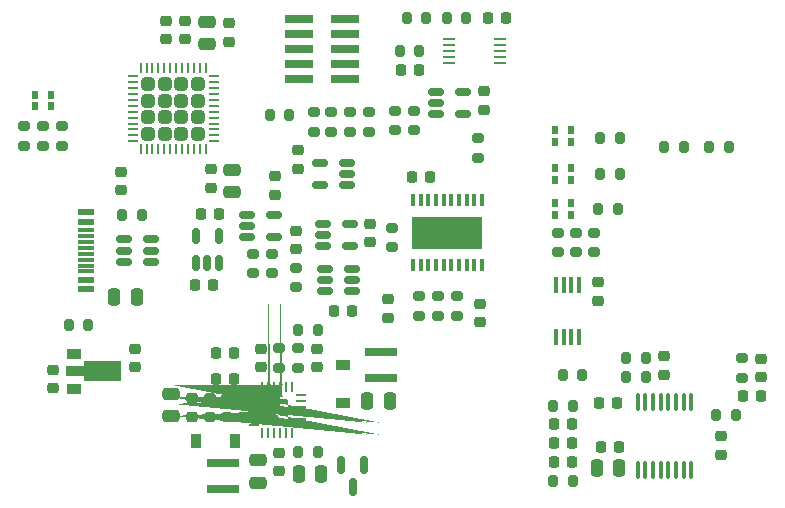
<source format=gbr>
%TF.GenerationSoftware,KiCad,Pcbnew,(6.0.0)*%
%TF.CreationDate,2022-03-21T15:30:00+00:00*%
%TF.ProjectId,uSMU_v10,75534d55-5f76-4313-902e-6b696361645f,rev?*%
%TF.SameCoordinates,Original*%
%TF.FileFunction,Paste,Top*%
%TF.FilePolarity,Positive*%
%FSLAX46Y46*%
G04 Gerber Fmt 4.6, Leading zero omitted, Abs format (unit mm)*
G04 Created by KiCad (PCBNEW (6.0.0)) date 2022-03-21 15:30:00*
%MOMM*%
%LPD*%
G01*
G04 APERTURE LIST*
G04 Aperture macros list*
%AMRoundRect*
0 Rectangle with rounded corners*
0 $1 Rounding radius*
0 $2 $3 $4 $5 $6 $7 $8 $9 X,Y pos of 4 corners*
0 Add a 4 corners polygon primitive as box body*
4,1,4,$2,$3,$4,$5,$6,$7,$8,$9,$2,$3,0*
0 Add four circle primitives for the rounded corners*
1,1,$1+$1,$2,$3*
1,1,$1+$1,$4,$5*
1,1,$1+$1,$6,$7*
1,1,$1+$1,$8,$9*
0 Add four rect primitives between the rounded corners*
20,1,$1+$1,$2,$3,$4,$5,0*
20,1,$1+$1,$4,$5,$6,$7,0*
20,1,$1+$1,$6,$7,$8,$9,0*
20,1,$1+$1,$8,$9,$2,$3,0*%
%AMFreePoly0*
4,1,57,0.194009,0.449029,0.214144,0.449029,0.231583,0.438961,0.251037,0.433748,0.265277,0.419508,0.282717,0.409439,0.409439,0.282717,0.419508,0.265277,0.433748,0.251037,0.438960,0.231585,0.449030,0.214144,0.449030,0.194005,0.454242,0.174554,0.454242,-0.174554,0.449030,-0.194005,0.449030,-0.214144,0.438960,-0.231585,0.433748,-0.251037,0.419508,-0.265277,0.409439,-0.282717,
0.282717,-0.409439,0.265277,-0.419508,0.251037,-0.433748,0.231583,-0.438961,0.214144,-0.449029,0.194009,-0.449029,0.174554,-0.454242,-0.174554,-0.454242,-0.194005,-0.449030,-0.214144,-0.449030,-0.231585,-0.438960,-0.251037,-0.433748,-0.265277,-0.419508,-0.282717,-0.409439,-0.409439,-0.282717,-0.419508,-0.265277,-0.433748,-0.251037,-0.438961,-0.231583,-0.449029,-0.214144,-0.449029,-0.194009,
-0.454242,-0.174554,-0.454242,0.174554,-0.449029,0.194009,-0.449029,0.214144,-0.438961,0.231583,-0.433748,0.251037,-0.419508,0.265277,-0.409439,0.282717,-0.282717,0.409439,-0.265277,0.419508,-0.251037,0.433748,-0.231585,0.438960,-0.214144,0.449030,-0.194005,0.449030,-0.174554,0.454242,0.174554,0.454242,0.194009,0.449029,0.194009,0.449029,$1*%
%AMFreePoly1*
4,1,9,3.862500,-0.866500,0.737500,-0.866500,0.737500,-0.450000,-0.737500,-0.450000,-0.737500,0.450000,0.737500,0.450000,0.737500,0.866500,3.862500,0.866500,3.862500,-0.866500,3.862500,-0.866500,$1*%
G04 Aperture macros list end*
%ADD10RoundRect,0.225000X0.225000X0.250000X-0.225000X0.250000X-0.225000X-0.250000X0.225000X-0.250000X0*%
%ADD11RoundRect,0.200000X-0.200000X-0.275000X0.200000X-0.275000X0.200000X0.275000X-0.200000X0.275000X0*%
%ADD12RoundRect,0.225000X-0.225000X-0.250000X0.225000X-0.250000X0.225000X0.250000X-0.225000X0.250000X0*%
%ADD13RoundRect,0.200000X-0.275000X0.200000X-0.275000X-0.200000X0.275000X-0.200000X0.275000X0.200000X0*%
%ADD14RoundRect,0.250000X-0.475000X0.250000X-0.475000X-0.250000X0.475000X-0.250000X0.475000X0.250000X0*%
%ADD15RoundRect,0.150000X0.512500X0.150000X-0.512500X0.150000X-0.512500X-0.150000X0.512500X-0.150000X0*%
%ADD16RoundRect,0.150000X-0.512500X-0.150000X0.512500X-0.150000X0.512500X0.150000X-0.512500X0.150000X0*%
%ADD17RoundRect,0.225000X0.250000X-0.225000X0.250000X0.225000X-0.250000X0.225000X-0.250000X-0.225000X0*%
%ADD18RoundRect,0.250000X0.475000X-0.250000X0.475000X0.250000X-0.475000X0.250000X-0.475000X-0.250000X0*%
%ADD19RoundRect,0.250000X-0.315000X0.315000X-0.315000X-0.315000X0.315000X-0.315000X0.315000X0.315000X0*%
%ADD20RoundRect,0.062500X-0.062500X0.375000X-0.062500X-0.375000X0.062500X-0.375000X0.062500X0.375000X0*%
%ADD21RoundRect,0.062500X-0.375000X0.062500X-0.375000X-0.062500X0.375000X-0.062500X0.375000X0.062500X0*%
%ADD22RoundRect,0.200000X0.200000X0.275000X-0.200000X0.275000X-0.200000X-0.275000X0.200000X-0.275000X0*%
%ADD23RoundRect,0.200000X0.275000X-0.200000X0.275000X0.200000X-0.275000X0.200000X-0.275000X-0.200000X0*%
%ADD24RoundRect,0.225000X-0.250000X0.225000X-0.250000X-0.225000X0.250000X-0.225000X0.250000X0.225000X0*%
%ADD25R,0.450000X1.050000*%
%ADD26R,6.000000X2.700000*%
%ADD27RoundRect,0.250000X-0.250000X-0.475000X0.250000X-0.475000X0.250000X0.475000X-0.250000X0.475000X0*%
%ADD28RoundRect,0.150000X-0.150000X0.587500X-0.150000X-0.587500X0.150000X-0.587500X0.150000X0.587500X0*%
%ADD29R,2.700000X0.800000*%
%ADD30R,1.100000X0.250000*%
%ADD31R,0.600000X0.700000*%
%ADD32R,0.900000X1.200000*%
%ADD33RoundRect,0.150000X0.150000X-0.512500X0.150000X0.512500X-0.150000X0.512500X-0.150000X-0.512500X0*%
%ADD34FreePoly0,90.000000*%
%ADD35RoundRect,0.062500X0.062500X-0.325000X0.062500X0.325000X-0.062500X0.325000X-0.062500X-0.325000X0*%
%ADD36RoundRect,0.062500X0.325000X-0.062500X0.325000X0.062500X-0.325000X0.062500X-0.325000X-0.062500X0*%
%ADD37R,2.400000X0.740000*%
%ADD38RoundRect,0.250000X0.250000X0.475000X-0.250000X0.475000X-0.250000X-0.475000X0.250000X-0.475000X0*%
%ADD39R,0.450000X1.450000*%
%ADD40RoundRect,0.100000X0.100000X-0.637500X0.100000X0.637500X-0.100000X0.637500X-0.100000X-0.637500X0*%
%ADD41R,1.450000X0.600000*%
%ADD42R,1.450000X0.300000*%
%ADD43R,1.200000X0.900000*%
%ADD44R,1.300000X0.900000*%
%ADD45FreePoly1,0.000000*%
G04 APERTURE END LIST*
D10*
%TO.C,C14*%
X127175000Y-114200000D03*
X125625000Y-114200000D03*
%TD*%
D11*
%TO.C,R2*%
X145175000Y-85800000D03*
X146825000Y-85800000D03*
%TD*%
D12*
%TO.C,C18*%
X142225000Y-99250000D03*
X143775000Y-99250000D03*
%TD*%
D13*
%TO.C,R8*%
X135400000Y-93775000D03*
X135400000Y-95425000D03*
%TD*%
D14*
%TO.C,C6*%
X127000000Y-98650000D03*
X127000000Y-100550000D03*
%TD*%
D15*
%TO.C,U2*%
X136737500Y-99950000D03*
X136737500Y-99000000D03*
X136737500Y-98050000D03*
X134462500Y-98050000D03*
X134462500Y-99950000D03*
%TD*%
D16*
%TO.C,U9*%
X144262500Y-92050000D03*
X144262500Y-93000000D03*
X144262500Y-93950000D03*
X146537500Y-93950000D03*
X146537500Y-92050000D03*
%TD*%
D17*
%TO.C,C33*%
X118800000Y-115400000D03*
X118800000Y-113850000D03*
%TD*%
D11*
%TO.C,R42*%
X154175000Y-118625000D03*
X155825000Y-118625000D03*
%TD*%
D18*
%TO.C,C32*%
X121800000Y-119550000D03*
X121800000Y-117650000D03*
%TD*%
D19*
%TO.C,U3*%
X121300000Y-91400000D03*
X124100000Y-94200000D03*
X124100000Y-95600000D03*
X121300000Y-92800000D03*
X119900000Y-91400000D03*
X121300000Y-95600000D03*
X122700000Y-91400000D03*
X124100000Y-92800000D03*
X122700000Y-95600000D03*
X119900000Y-92800000D03*
X121300000Y-94200000D03*
X119900000Y-94200000D03*
X124100000Y-91400000D03*
X119900000Y-95600000D03*
X122700000Y-94200000D03*
X122700000Y-92800000D03*
D20*
X124750000Y-90062500D03*
X124250000Y-90062500D03*
X123750000Y-90062500D03*
X123250000Y-90062500D03*
X122750000Y-90062500D03*
X122250000Y-90062500D03*
X121750000Y-90062500D03*
X121250000Y-90062500D03*
X120750000Y-90062500D03*
X120250000Y-90062500D03*
X119750000Y-90062500D03*
X119250000Y-90062500D03*
D21*
X118562500Y-90750000D03*
X118562500Y-91250000D03*
X118562500Y-91750000D03*
X118562500Y-92250000D03*
X118562500Y-92750000D03*
X118562500Y-93250000D03*
X118562500Y-93750000D03*
X118562500Y-94250000D03*
X118562500Y-94750000D03*
X118562500Y-95250000D03*
X118562500Y-95750000D03*
X118562500Y-96250000D03*
D20*
X119250000Y-96937500D03*
X119750000Y-96937500D03*
X120250000Y-96937500D03*
X120750000Y-96937500D03*
X121250000Y-96937500D03*
X121750000Y-96937500D03*
X122250000Y-96937500D03*
X122750000Y-96937500D03*
X123250000Y-96937500D03*
X123750000Y-96937500D03*
X124250000Y-96937500D03*
X124750000Y-96937500D03*
D21*
X125437500Y-96250000D03*
X125437500Y-95750000D03*
X125437500Y-95250000D03*
X125437500Y-94750000D03*
X125437500Y-94250000D03*
X125437500Y-93750000D03*
X125437500Y-93250000D03*
X125437500Y-92750000D03*
X125437500Y-92250000D03*
X125437500Y-91750000D03*
X125437500Y-91250000D03*
X125437500Y-90750000D03*
%TD*%
D22*
%TO.C,R37*%
X134225000Y-122600000D03*
X132575000Y-122600000D03*
%TD*%
D23*
%TO.C,R18*%
X154600000Y-105625000D03*
X154600000Y-103975000D03*
%TD*%
D22*
%TO.C,R40*%
X162025000Y-114600000D03*
X160375000Y-114600000D03*
%TD*%
D24*
%TO.C,C19*%
X158000000Y-108200000D03*
X158000000Y-109750000D03*
%TD*%
D13*
%TO.C,R19*%
X144400000Y-109375000D03*
X144400000Y-111025000D03*
%TD*%
D23*
%TO.C,R5*%
X111000000Y-96625000D03*
X111000000Y-94975000D03*
%TD*%
%TO.C,R7*%
X112600000Y-96625000D03*
X112600000Y-94975000D03*
%TD*%
D16*
%TO.C,U8*%
X134862500Y-107050000D03*
X134862500Y-108000000D03*
X134862500Y-108950000D03*
X137137500Y-108950000D03*
X137137500Y-108000000D03*
X137137500Y-107050000D03*
%TD*%
%TO.C,U7*%
X134662500Y-103250000D03*
X134662500Y-104200000D03*
X134662500Y-105150000D03*
X136937500Y-105150000D03*
X136937500Y-103250000D03*
%TD*%
D13*
%TO.C,R20*%
X157600000Y-103975000D03*
X157600000Y-105625000D03*
%TD*%
D16*
%TO.C,U5*%
X117862500Y-104550000D03*
X117862500Y-105500000D03*
X117862500Y-106450000D03*
X120137500Y-106450000D03*
X120137500Y-105500000D03*
X120137500Y-104550000D03*
%TD*%
D25*
%TO.C,U10*%
X142300000Y-106750000D03*
X142950000Y-106750000D03*
X143600000Y-106750000D03*
X144250000Y-106750000D03*
X144900000Y-106750000D03*
X145550000Y-106750000D03*
X146200000Y-106750000D03*
X146850000Y-106750000D03*
X147500000Y-106750000D03*
X148150000Y-106750000D03*
X148150000Y-101250000D03*
X147500000Y-101250000D03*
X146850000Y-101250000D03*
X146200000Y-101250000D03*
X145550000Y-101250000D03*
X144900000Y-101250000D03*
X144250000Y-101250000D03*
X143600000Y-101250000D03*
X142950000Y-101250000D03*
X142300000Y-101250000D03*
D26*
X145225000Y-104000000D03*
%TD*%
D17*
%TO.C,C9*%
X132400000Y-105375000D03*
X132400000Y-103825000D03*
%TD*%
D12*
%TO.C,C11*%
X135625000Y-110600000D03*
X137175000Y-110600000D03*
%TD*%
D10*
%TO.C,C38*%
X159775000Y-122100000D03*
X158225000Y-122100000D03*
%TD*%
D24*
%TO.C,C42*%
X171800000Y-114675000D03*
X171800000Y-116225000D03*
%TD*%
%TO.C,C44*%
X168400000Y-121225000D03*
X168400000Y-122775000D03*
%TD*%
D13*
%TO.C,R21*%
X142400000Y-93675000D03*
X142400000Y-95325000D03*
%TD*%
D23*
%TO.C,R4*%
X109400000Y-96625000D03*
X109400000Y-94975000D03*
%TD*%
D18*
%TO.C,C27*%
X129200000Y-125150000D03*
X129200000Y-123250000D03*
%TD*%
D10*
%TO.C,C35*%
X159575000Y-118400000D03*
X158025000Y-118400000D03*
%TD*%
D24*
%TO.C,C31*%
X134200000Y-113825000D03*
X134200000Y-115375000D03*
%TD*%
D27*
%TO.C,C12*%
X117000000Y-109450000D03*
X118900000Y-109450000D03*
%TD*%
D28*
%TO.C,Q1*%
X138150000Y-123662500D03*
X136250000Y-123662500D03*
X137200000Y-125537500D03*
%TD*%
D11*
%TO.C,R3*%
X141200000Y-88625000D03*
X142850000Y-88625000D03*
%TD*%
D10*
%TO.C,C36*%
X155775000Y-121825000D03*
X154225000Y-121825000D03*
%TD*%
D17*
%TO.C,C13*%
X130600000Y-100775000D03*
X130600000Y-99225000D03*
%TD*%
D10*
%TO.C,C20*%
X142800000Y-90225000D03*
X141250000Y-90225000D03*
%TD*%
D23*
%TO.C,R36*%
X125100000Y-119625000D03*
X125100000Y-117975000D03*
%TD*%
%TO.C,R15*%
X133900000Y-95425000D03*
X133900000Y-93775000D03*
%TD*%
%TO.C,R22*%
X140800000Y-95325000D03*
X140800000Y-93675000D03*
%TD*%
D29*
%TO.C,L2*%
X139600000Y-114100000D03*
X139600000Y-116300000D03*
%TD*%
D11*
%TO.C,R6*%
X113175000Y-111800000D03*
X114825000Y-111800000D03*
%TD*%
D17*
%TO.C,C2*%
X126700000Y-87825000D03*
X126700000Y-86275000D03*
%TD*%
D12*
%TO.C,C15*%
X124325000Y-102400000D03*
X125875000Y-102400000D03*
%TD*%
D11*
%TO.C,R23*%
X158175000Y-96000000D03*
X159825000Y-96000000D03*
%TD*%
D30*
%TO.C,U1*%
X145350000Y-87600000D03*
X145350000Y-88100000D03*
X145350000Y-88600000D03*
X145350000Y-89100000D03*
X145350000Y-89600000D03*
X149650000Y-89600000D03*
X149650000Y-89100000D03*
X149650000Y-88600000D03*
X149650000Y-88100000D03*
X149650000Y-87600000D03*
%TD*%
D23*
%TO.C,R24*%
X147800000Y-97650000D03*
X147800000Y-96000000D03*
%TD*%
D31*
%TO.C,D2*%
X155700000Y-102500000D03*
X154300000Y-102500000D03*
X155700000Y-101500000D03*
X154300000Y-101500000D03*
%TD*%
D22*
%TO.C,R11*%
X131825000Y-94000000D03*
X130175000Y-94000000D03*
%TD*%
D17*
%TO.C,C24*%
X111800000Y-117175000D03*
X111800000Y-115625000D03*
%TD*%
D11*
%TO.C,R25*%
X157975000Y-102000000D03*
X159625000Y-102000000D03*
%TD*%
D13*
%TO.C,R34*%
X131000000Y-113775000D03*
X131000000Y-115425000D03*
%TD*%
D10*
%TO.C,C40*%
X155775000Y-123425000D03*
X154225000Y-123425000D03*
%TD*%
D16*
%TO.C,U4*%
X128262500Y-102450000D03*
X128262500Y-103400000D03*
X128262500Y-104350000D03*
X130537500Y-104350000D03*
X130537500Y-102450000D03*
%TD*%
D13*
%TO.C,R35*%
X126600000Y-117975000D03*
X126600000Y-119625000D03*
%TD*%
D10*
%TO.C,C25*%
X127175000Y-116400000D03*
X125625000Y-116400000D03*
%TD*%
D32*
%TO.C,D6*%
X123950000Y-121600000D03*
X127250000Y-121600000D03*
%TD*%
D22*
%TO.C,R1*%
X143425000Y-85825000D03*
X141775000Y-85825000D03*
%TD*%
D17*
%TO.C,C8*%
X132600000Y-98575000D03*
X132600000Y-97025000D03*
%TD*%
D33*
%TO.C,U6*%
X123950000Y-106537500D03*
X124900000Y-106537500D03*
X125850000Y-106537500D03*
X125850000Y-104262500D03*
X123950000Y-104262500D03*
%TD*%
D34*
%TO.C,U12*%
X130312500Y-118512500D03*
X131287500Y-118512500D03*
X131287500Y-119487500D03*
X130312500Y-119487500D03*
D35*
X129550000Y-120987500D03*
X130050000Y-120987500D03*
X130550000Y-120987500D03*
X131050000Y-120987500D03*
X131550000Y-120987500D03*
X132050000Y-120987500D03*
D36*
X132787500Y-120250000D03*
X132787500Y-119750000D03*
X132787500Y-119250000D03*
X132787500Y-118750000D03*
X132787500Y-118250000D03*
X132787500Y-117750000D03*
D35*
X132050000Y-117012500D03*
X131550000Y-117012500D03*
X131050000Y-117012500D03*
X130550000Y-117012500D03*
X130050000Y-117012500D03*
X129550000Y-117012500D03*
D36*
X128812500Y-117750000D03*
X128812500Y-118250000D03*
X128812500Y-118750000D03*
X128812500Y-119250000D03*
X128812500Y-119750000D03*
X128812500Y-120250000D03*
%TD*%
D37*
%TO.C,J1*%
X132650000Y-85860000D03*
X136550000Y-85860000D03*
X132650000Y-87130000D03*
X136550000Y-87130000D03*
X132650000Y-88400000D03*
X136550000Y-88400000D03*
X132650000Y-89670000D03*
X136550000Y-89670000D03*
X132650000Y-90940000D03*
X136550000Y-90940000D03*
%TD*%
D17*
%TO.C,C34*%
X123600000Y-119575000D03*
X123600000Y-118025000D03*
%TD*%
D24*
%TO.C,C17*%
X138700000Y-103225000D03*
X138700000Y-104775000D03*
%TD*%
D12*
%TO.C,C43*%
X170225000Y-117825000D03*
X171775000Y-117825000D03*
%TD*%
D38*
%TO.C,C39*%
X159750000Y-123900000D03*
X157850000Y-123900000D03*
%TD*%
D10*
%TO.C,C5*%
X150175000Y-85800000D03*
X148625000Y-85800000D03*
%TD*%
D13*
%TO.C,R33*%
X132600000Y-113775000D03*
X132600000Y-115425000D03*
%TD*%
D17*
%TO.C,C29*%
X129400000Y-115375000D03*
X129400000Y-113825000D03*
%TD*%
D38*
%TO.C,C30*%
X134550000Y-124400000D03*
X132650000Y-124400000D03*
%TD*%
D22*
%TO.C,R26*%
X165225000Y-96700000D03*
X163575000Y-96700000D03*
%TD*%
D23*
%TO.C,R13*%
X138600000Y-95425000D03*
X138600000Y-93775000D03*
%TD*%
D39*
%TO.C,U11*%
X156375000Y-108425000D03*
X155725000Y-108425000D03*
X155075000Y-108425000D03*
X154425000Y-108425000D03*
X154425000Y-112825000D03*
X155075000Y-112825000D03*
X155725000Y-112825000D03*
X156375000Y-112825000D03*
%TD*%
D11*
%TO.C,R38*%
X154175000Y-125025000D03*
X155825000Y-125025000D03*
%TD*%
D13*
%TO.C,R27*%
X142800000Y-109375000D03*
X142800000Y-111025000D03*
%TD*%
%TO.C,R44*%
X170200000Y-114625000D03*
X170200000Y-116275000D03*
%TD*%
D11*
%TO.C,R39*%
X154975000Y-116000000D03*
X156625000Y-116000000D03*
%TD*%
D40*
%TO.C,U14*%
X161325000Y-124087500D03*
X161975000Y-124087500D03*
X162625000Y-124087500D03*
X163275000Y-124087500D03*
X163925000Y-124087500D03*
X164575000Y-124087500D03*
X165225000Y-124087500D03*
X165875000Y-124087500D03*
X165875000Y-118362500D03*
X165225000Y-118362500D03*
X164575000Y-118362500D03*
X163925000Y-118362500D03*
X163275000Y-118362500D03*
X162625000Y-118362500D03*
X161975000Y-118362500D03*
X161325000Y-118362500D03*
%TD*%
D24*
%TO.C,C21*%
X140200000Y-109625000D03*
X140200000Y-111175000D03*
%TD*%
%TO.C,C22*%
X148000000Y-110025000D03*
X148000000Y-111575000D03*
%TD*%
D22*
%TO.C,R14*%
X134225000Y-112200000D03*
X132575000Y-112200000D03*
%TD*%
D24*
%TO.C,C28*%
X131000000Y-122625000D03*
X131000000Y-124175000D03*
%TD*%
D22*
%TO.C,R41*%
X162025000Y-116200000D03*
X160375000Y-116200000D03*
%TD*%
D24*
%TO.C,C16*%
X117600000Y-98850000D03*
X117600000Y-100400000D03*
%TD*%
D31*
%TO.C,D3*%
X155700000Y-96300000D03*
X154300000Y-96300000D03*
X155700000Y-95300000D03*
X154300000Y-95300000D03*
%TD*%
D29*
%TO.C,L1*%
X126200000Y-125700000D03*
X126200000Y-123500000D03*
%TD*%
D11*
%TO.C,R16*%
X117675000Y-102500000D03*
X119325000Y-102500000D03*
%TD*%
D31*
%TO.C,D4*%
X155700000Y-99500000D03*
X154300000Y-99500000D03*
X155700000Y-98500000D03*
X154300000Y-98500000D03*
%TD*%
D27*
%TO.C,C26*%
X138450000Y-118200000D03*
X140350000Y-118200000D03*
%TD*%
D17*
%TO.C,C1*%
X121400000Y-87575000D03*
X121400000Y-86025000D03*
%TD*%
D22*
%TO.C,R32*%
X169025000Y-96700000D03*
X167375000Y-96700000D03*
%TD*%
D11*
%TO.C,R43*%
X167975000Y-119425000D03*
X169625000Y-119425000D03*
%TD*%
D41*
%TO.C,J2*%
X114600000Y-102275000D03*
X114600000Y-103075000D03*
D42*
X114600000Y-104275000D03*
X114600000Y-105275000D03*
X114600000Y-105775000D03*
X114600000Y-106775000D03*
D41*
X114600000Y-107975000D03*
X114600000Y-108775000D03*
D42*
X114600000Y-107275000D03*
X114600000Y-106275000D03*
X114600000Y-104775000D03*
X114600000Y-103775000D03*
%TD*%
D11*
%TO.C,R28*%
X158175000Y-99000000D03*
X159825000Y-99000000D03*
%TD*%
D13*
%TO.C,R29*%
X156100000Y-103975000D03*
X156100000Y-105625000D03*
%TD*%
D12*
%TO.C,C10*%
X123825000Y-108400000D03*
X125375000Y-108400000D03*
%TD*%
D17*
%TO.C,C3*%
X123000000Y-87575000D03*
X123000000Y-86025000D03*
%TD*%
D18*
%TO.C,C4*%
X124900000Y-88050000D03*
X124900000Y-86150000D03*
%TD*%
D13*
%TO.C,R12*%
X130400000Y-105775000D03*
X130400000Y-107425000D03*
%TD*%
D43*
%TO.C,D5*%
X136400000Y-115150000D03*
X136400000Y-118450000D03*
%TD*%
D13*
%TO.C,R30*%
X140500000Y-103575000D03*
X140500000Y-105225000D03*
%TD*%
D17*
%TO.C,C37*%
X163600000Y-116000000D03*
X163600000Y-114450000D03*
%TD*%
D44*
%TO.C,U13*%
X113620000Y-114240000D03*
D45*
X113707500Y-115740000D03*
D44*
X113620000Y-117240000D03*
%TD*%
D13*
%TO.C,R17*%
X128800000Y-105765000D03*
X128800000Y-107415000D03*
%TD*%
D23*
%TO.C,R10*%
X137000000Y-95425000D03*
X137000000Y-93775000D03*
%TD*%
D24*
%TO.C,C7*%
X125200000Y-98625000D03*
X125200000Y-100175000D03*
%TD*%
D31*
%TO.C,D1*%
X110300000Y-92300000D03*
X111700000Y-92300000D03*
X110300000Y-93300000D03*
X111700000Y-93300000D03*
%TD*%
D13*
%TO.C,R9*%
X132400000Y-106975000D03*
X132400000Y-108625000D03*
%TD*%
D23*
%TO.C,R31*%
X146000000Y-111025000D03*
X146000000Y-109375000D03*
%TD*%
D24*
%TO.C,C23*%
X148300000Y-92025000D03*
X148300000Y-93575000D03*
%TD*%
D12*
%TO.C,C41*%
X154225000Y-120225000D03*
X155775000Y-120225000D03*
%TD*%
M02*

</source>
